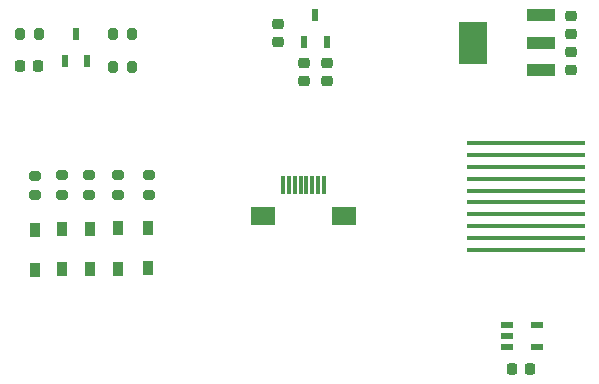
<source format=gtp>
%TF.GenerationSoftware,KiCad,Pcbnew,(6.0.8)*%
%TF.CreationDate,2022-10-12T18:40:44+08:00*%
%TF.ProjectId,UINIO-LCD2.4-ST7789,55494e49-4f2d-44c4-9344-322e342d5354,rev?*%
%TF.SameCoordinates,Original*%
%TF.FileFunction,Paste,Top*%
%TF.FilePolarity,Positive*%
%FSLAX46Y46*%
G04 Gerber Fmt 4.6, Leading zero omitted, Abs format (unit mm)*
G04 Created by KiCad (PCBNEW (6.0.8)) date 2022-10-12 18:40:44*
%MOMM*%
%LPD*%
G01*
G04 APERTURE LIST*
G04 Aperture macros list*
%AMRoundRect*
0 Rectangle with rounded corners*
0 $1 Rounding radius*
0 $2 $3 $4 $5 $6 $7 $8 $9 X,Y pos of 4 corners*
0 Add a 4 corners polygon primitive as box body*
4,1,4,$2,$3,$4,$5,$6,$7,$8,$9,$2,$3,0*
0 Add four circle primitives for the rounded corners*
1,1,$1+$1,$2,$3*
1,1,$1+$1,$4,$5*
1,1,$1+$1,$6,$7*
1,1,$1+$1,$8,$9*
0 Add four rect primitives between the rounded corners*
20,1,$1+$1,$2,$3,$4,$5,0*
20,1,$1+$1,$4,$5,$6,$7,0*
20,1,$1+$1,$6,$7,$8,$9,0*
20,1,$1+$1,$8,$9,$2,$3,0*%
G04 Aperture macros list end*
%ADD10R,0.532000X1.070000*%
%ADD11RoundRect,0.225000X-0.225000X-0.250000X0.225000X-0.250000X0.225000X0.250000X-0.225000X0.250000X0*%
%ADD12RoundRect,0.200000X0.275000X-0.200000X0.275000X0.200000X-0.275000X0.200000X-0.275000X-0.200000X0*%
%ADD13R,1.000000X0.600000*%
%ADD14R,0.950000X1.200000*%
%ADD15RoundRect,0.200000X-0.200000X-0.275000X0.200000X-0.275000X0.200000X0.275000X-0.200000X0.275000X0*%
%ADD16RoundRect,0.105000X-4.895000X0.105000X-4.895000X-0.105000X4.895000X-0.105000X4.895000X0.105000X0*%
%ADD17RoundRect,0.225000X0.250000X-0.225000X0.250000X0.225000X-0.250000X0.225000X-0.250000X-0.225000X0*%
%ADD18R,0.300000X1.500000*%
%ADD19R,2.000000X1.500000*%
%ADD20RoundRect,0.200000X0.200000X0.275000X-0.200000X0.275000X-0.200000X-0.275000X0.200000X-0.275000X0*%
%ADD21R,2.366000X0.980000*%
%ADD22R,2.366000X3.600000*%
%ADD23RoundRect,0.225000X-0.250000X0.225000X-0.250000X-0.225000X0.250000X-0.225000X0.250000X0.225000X0*%
G04 APERTURE END LIST*
D10*
%TO.C,U3*%
X162870000Y-92550000D03*
X164770000Y-92550000D03*
X163820000Y-90280000D03*
%TD*%
D11*
%TO.C,C1*%
X180475000Y-120264000D03*
X182025000Y-120264000D03*
%TD*%
D12*
%TO.C,R2*%
X142360000Y-105505000D03*
X142360000Y-103855000D03*
%TD*%
D13*
%TO.C,U1*%
X180020000Y-116484000D03*
X180020000Y-117434000D03*
X180020000Y-118384000D03*
X182620000Y-118384000D03*
X182620000Y-116484000D03*
%TD*%
D12*
%TO.C,R3*%
X144690000Y-105505000D03*
X144690000Y-103855000D03*
%TD*%
D11*
%TO.C,C6*%
X138775000Y-94624500D03*
X140325000Y-94624500D03*
%TD*%
D14*
%TO.C,D2*%
X142380000Y-111807000D03*
X142380000Y-108407000D03*
%TD*%
D15*
%TO.C,R7*%
X138785000Y-91900000D03*
X140435000Y-91900000D03*
%TD*%
D14*
%TO.C,D5*%
X149680000Y-111727000D03*
X149680000Y-108327000D03*
%TD*%
D12*
%TO.C,R4*%
X147090000Y-105505000D03*
X147090000Y-103855000D03*
%TD*%
D16*
%TO.C,U4*%
X181610000Y-101140000D03*
X181610000Y-102140000D03*
X181610000Y-103140000D03*
X181610000Y-104140000D03*
X181610000Y-105140000D03*
X181610000Y-106140000D03*
X181610000Y-107140000D03*
X181610000Y-108140000D03*
X181610000Y-109140000D03*
X181610000Y-110140000D03*
%TD*%
D10*
%TO.C,Q1*%
X142625000Y-94180500D03*
X144525000Y-94180500D03*
X143575000Y-91910500D03*
%TD*%
D17*
%TO.C,C4*%
X160620000Y-92580500D03*
X160620000Y-91030500D03*
%TD*%
D14*
%TO.C,D1*%
X140080000Y-111857000D03*
X140080000Y-108457000D03*
%TD*%
D17*
%TO.C,C7*%
X164800000Y-95865500D03*
X164800000Y-94315500D03*
%TD*%
%TO.C,C2*%
X185480000Y-91875000D03*
X185480000Y-90325000D03*
%TD*%
D15*
%TO.C,R8*%
X146655000Y-91885500D03*
X148305000Y-91885500D03*
%TD*%
D18*
%TO.C,CON1*%
X161060000Y-104661500D03*
X161560000Y-104661500D03*
X162060000Y-104661500D03*
X162560000Y-104661500D03*
X163060000Y-104661500D03*
X163560000Y-104661500D03*
X164060000Y-104661500D03*
X164560000Y-104661500D03*
D19*
X166260000Y-107261500D03*
X159360000Y-107261500D03*
%TD*%
D20*
%TO.C,R6*%
X148325000Y-94680000D03*
X146675000Y-94680000D03*
%TD*%
D14*
%TO.C,D4*%
X147095000Y-111742000D03*
X147095000Y-108342000D03*
%TD*%
D17*
%TO.C,C5*%
X162870000Y-95850500D03*
X162870000Y-94300500D03*
%TD*%
D12*
%TO.C,R1*%
X140060000Y-105525000D03*
X140060000Y-103875000D03*
%TD*%
%TO.C,R5*%
X149700000Y-105505000D03*
X149700000Y-103855000D03*
%TD*%
D21*
%TO.C,U2*%
X182913000Y-94910000D03*
X182913000Y-92610000D03*
X182913000Y-90310000D03*
D22*
X177187000Y-92610000D03*
%TD*%
D14*
%TO.C,D3*%
X144700000Y-111757000D03*
X144700000Y-108357000D03*
%TD*%
D23*
%TO.C,C3*%
X185490000Y-93370000D03*
X185490000Y-94920000D03*
%TD*%
M02*

</source>
